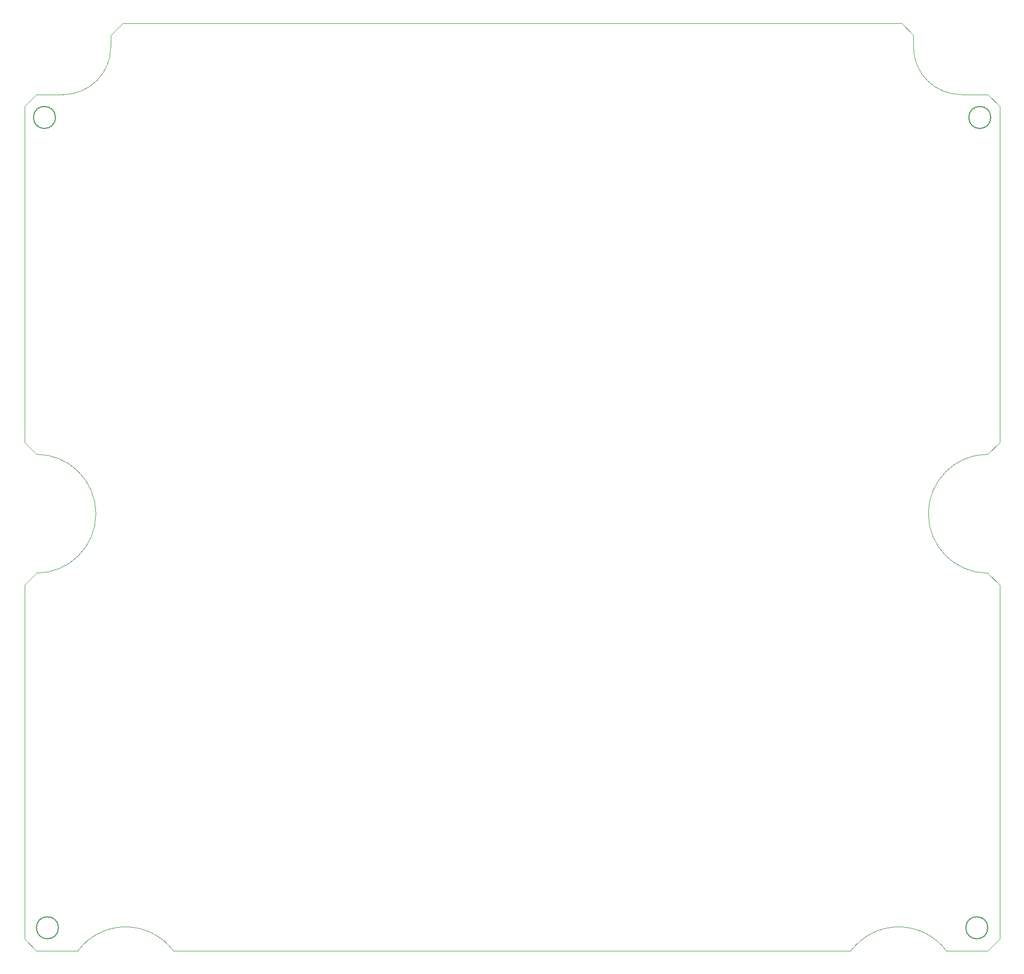
<source format=gko>
G04 #@! TF.GenerationSoftware,KiCad,Pcbnew,8.0.2-8.0.2-0~ubuntu22.04.1*
G04 #@! TF.CreationDate,2024-05-13T19:35:08+00:00*
G04 #@! TF.ProjectId,hellen154hyundai,68656c6c-656e-4313-9534-6879756e6461,E*
G04 #@! TF.SameCoordinates,PX5f5e100PYc845880*
G04 #@! TF.FileFunction,Profile,NP*
%FSLAX46Y46*%
G04 Gerber Fmt 4.6, Leading zero omitted, Abs format (unit mm)*
G04 Created by KiCad (PCBNEW 8.0.2-8.0.2-0~ubuntu22.04.1) date 2024-05-13 19:35:08*
%MOMM*%
%LPD*%
G01*
G04 APERTURE LIST*
G04 #@! TA.AperFunction,Profile*
%ADD10C,0.050000*%
G04 #@! TD*
G04 #@! TA.AperFunction,Profile*
%ADD11C,0.200000*%
G04 #@! TD*
G04 APERTURE END LIST*
D10*
X164000000Y142000000D02*
X162000000Y144000000D01*
X0Y2000000D02*
X0Y61500000D01*
X2000000Y83500000D02*
G75*
G02*
X2000000Y63500000I0J-10000000D01*
G01*
X9000000Y0D02*
G75*
G02*
X25000000Y0I8000000J-6000000D01*
G01*
X147500000Y156000000D02*
X149500000Y154000000D01*
X16500000Y156000000D02*
X14500000Y154000000D01*
X162000000Y0D02*
X164000000Y2000000D01*
D11*
X5200000Y140150000D02*
G75*
G02*
X1500000Y140150000I-1850000J0D01*
G01*
X1500000Y140150000D02*
G75*
G02*
X5200000Y140150000I1850000J0D01*
G01*
D10*
X157500000Y144000000D02*
X162000000Y144000000D01*
X0Y142000000D02*
X2000000Y144000000D01*
X162000000Y0D02*
X155000000Y0D01*
X149500000Y152000000D02*
X149500000Y154000000D01*
X164000000Y85500000D02*
X164000000Y142000000D01*
X139000000Y0D02*
G75*
G02*
X155000000Y0I8000000J-6000000D01*
G01*
D11*
X5700000Y3850000D02*
G75*
G02*
X2000000Y3850000I-1850000J0D01*
G01*
X2000000Y3850000D02*
G75*
G02*
X5700000Y3850000I1850000J0D01*
G01*
D10*
X0Y85500000D02*
X0Y142000000D01*
X162000000Y63500000D02*
G75*
G02*
X162000000Y83500000I0J10000000D01*
G01*
X0Y61500000D02*
X2000000Y63500000D01*
X2000000Y0D02*
X0Y2000000D01*
X6500000Y144000000D02*
X2000000Y144000000D01*
X162000000Y83500000D02*
X164000000Y85500000D01*
X14500000Y152000000D02*
X14500000Y154000000D01*
X2000000Y0D02*
X9000000Y0D01*
X157500000Y144000000D02*
G75*
G02*
X149500000Y152000000I0J8000000D01*
G01*
X164000000Y61500000D02*
X162000000Y63500000D01*
X139000000Y0D02*
X25000000Y0D01*
D11*
X162500000Y140150000D02*
G75*
G02*
X158800000Y140150000I-1850000J0D01*
G01*
X158800000Y140150000D02*
G75*
G02*
X162500000Y140150000I1850000J0D01*
G01*
D10*
X2000000Y83500000D02*
X0Y85500000D01*
D11*
X162000000Y3850000D02*
G75*
G02*
X158300000Y3850000I-1850000J0D01*
G01*
X158300000Y3850000D02*
G75*
G02*
X162000000Y3850000I1850000J0D01*
G01*
D10*
X14500000Y152000000D02*
G75*
G02*
X6500000Y144000000I-8000000J0D01*
G01*
X16500000Y156000000D02*
X147500000Y156000000D01*
X164000000Y2000000D02*
X164000000Y61500000D01*
M02*

</source>
